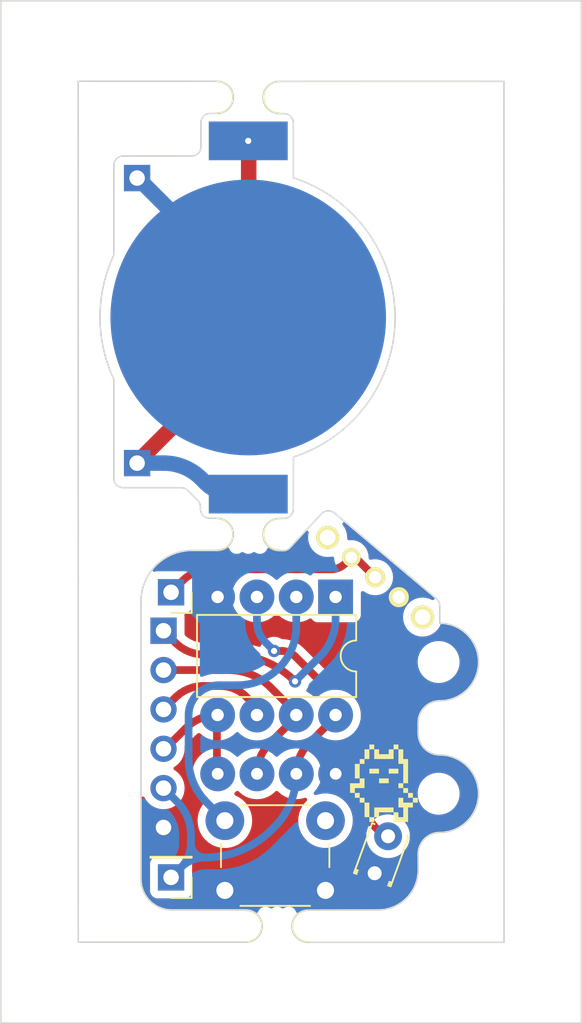
<source format=kicad_pcb>
(kicad_pcb (version 20240108) (generator "pcbnew") (generator_version "8.0")
  (layers (0 "F.Cu" signal) (31 "B.Cu" signal) (34 "B.Paste" user) (35 "F.Paste" user) (36 "B.SilkS" user "B.Silkscreen") (37 "F.SilkS" user "F.Silkscreen") (38 "B.Mask" user) (39 "F.Mask" user) (44 "Edge.Cuts" user))
  (net 0 "")
  (net 1 "GND")
  (net 2 "ISP RESET")
  (net 3 "ISP SCK")
  (net 4 "ISP MISO")
  (net 5 "ISP MOSI")
  (net 6 "BUTTON")
  (net 7 "VCC")
  (net 8 "Net-(BT2-+)")
  (net 9 "Net-(BT2--)")
  (net 10 "LED")
  (net 11 "Net-(J3-Pin_1)")
  (footprint "MountingHole:MountingHole_2.2mm_M2" (layer "F.Cu") (at 20.994496 76.5)
    (property "Reference" "H1" (hide yes))
    (property "Value" "MountingHole" (hide yes))
    (pad "" np_thru_hole circle (at 0 0) (size 2.2 2.2) (drill 2.2) (layers "*.Cu" "*.Mask"))
  )
  (footprint "Package_DIP:DIP-8_W7.62mm" (layer "F.Cu") (at 39.620077 51.983079 -90)
    (property "Reference" "U1" (hide yes))
    (property "Value" "ATtiny85V-10P")
    (fp_line (start 1.16 8.95) (end 6.46 8.95) (stroke (width 0.12)) (layer "F.SilkS"))
    (fp_line (start 6.46 8.95) (end 6.46 -1.33) (stroke (width 0.12)) (layer "F.SilkS"))
    (fp_line (start 1.16 -1.33) (end 1.16 8.95) (stroke (width 0.12)) (layer "F.SilkS"))
    (fp_line (start 2.81 -1.33) (end 1.16 -1.33) (stroke (width 0.12)) (layer "F.SilkS"))
    (fp_line (start 6.46 -1.33) (end 4.81 -1.33) (stroke (width 0.12)) (layer "F.SilkS"))
    (fp_arc (start 4.81 -1.33) (mid 3.81 -0.33) (end 2.81 -1.33) (stroke (width 0.12)) (layer "F.SilkS"))
    (pad "1" thru_hole rect (at 0 0 270) (size 2.25 2.25) (drill 0.8) (layers "*.Cu" "*.Mask") (net 2 "ISP RESET"))
    (pad "2" thru_hole circle (at 0 2.54 270) (size 2.25 2.25) (drill 0.8) (layers "*.Cu" "*.Mask") (net 6 "BUTTON"))
    (pad "3" thru_hole circle (at 0 5.08 270) (size 2.25 2.25) (drill 0.8) (layers "*.Cu" "*.Mask") (net 10 "LED"))
    (pad "4" thru_hole circle (at 0 7.62 270) (size 2.25 2.25) (drill 0.8) (layers "*.Cu" "*.Mask") (net 1 "GND"))
    (pad "5" thru_hole circle (at 7.62 7.62 270) (size 2.25 2.25) (drill 0.8) (layers "*.Cu" "*.Mask") (net 5 "ISP MOSI"))
    (pad "6" thru_hole circle (at 7.62 5.08 270) (size 2.25 2.25) (drill 0.8) (layers "*.Cu" "*.Mask") (net 4 "ISP MISO"))
    (pad "7" thru_hole circle (at 7.62 2.54 270) (size 2.25 2.25) (drill 0.8) (layers "*.Cu" "*.Mask") (net 3 "ISP SCK"))
    (pad "8" thru_hole circle (at 7.62 0 270) (size 2.25 2.25) (drill 0.8) (layers "*.Cu" "*.Mask") (net 7 "VCC"))
  )
  (footprint "MountingHole:MountingHole_2.2mm_M2" (layer "F.Cu") (at 46.277036 56.183079)
    (property "Reference" "H1" (hide yes))
    (property "Value" "MountingHole" (hide yes))
    (pad "" np_thru_hole circle (at 0 0) (size 2.2 2.2) (drill 2.2) (layers "*.Cu" "*.Mask"))
  )
  (footprint "MountingHole:MountingHole_2.2mm_M2" (layer "F.Cu") (at 20.994496 16.5)
    (property "Reference" "H1" (hide yes))
    (property "Value" "MountingHole" (hide yes))
    (pad "" np_thru_hole circle (at 0 0) (size 2.2 2.2) (drill 2.2) (layers "*.Cu" "*.Mask"))
  )
  (footprint "LOGO" (layer "F.Cu") (at 42.740397 64.007826)
    (property "Reference" "G***" (hide yes))
    (property "Value" "LOGO" (hide yes))
    (fp_poly (pts (xy -1.562885 0.781442) (xy -1.562885 0.937731) (xy -1.719173 0.937731) (xy -1.875462 0.937731) (xy -1.875462 0.781442) (xy -1.875462 0.625154) (xy -1.719173 0.625154) (xy -1.562885 0.625154)) (fill solid) (layer "F.SilkS"))
    (fp_poly (pts (xy -1.250308 1.094019) (xy -1.250308 1.250307) (xy -1.406596 1.250307) (xy -1.562885 1.250307) (xy -1.562885 1.094019) (xy -1.562885 0.937731) (xy -1.406596 0.937731) (xy -1.250308 0.937731)) (fill solid) (layer "F.SilkS"))
    (fp_poly (pts (xy -0.312577 -0.781442) (xy -0.312577 -0.625154) (xy -0.625154 -0.625154) (xy -0.937731 -0.625154) (xy -0.937731 -0.781442) (xy -0.937731 -0.937731) (xy -0.625154 -0.937731) (xy -0.312577 -0.937731)) (fill solid) (layer "F.SilkS"))
    (fp_poly (pts (xy 0.312577 -0.156289) (xy 0.312577 0) (xy 0 0) (xy -0.312577 0) (xy -0.312577 -0.156289) (xy -0.312577 -0.312577) (xy 0 -0.312577) (xy 0.312577 -0.312577)) (fill solid) (layer "F.SilkS"))
    (fp_poly (pts (xy 0.937731 -0.781442) (xy 0.937731 -0.625154) (xy 0.625154 -0.625154) (xy 0.312577 -0.625154) (xy 0.312577 -0.781442) (xy 0.312577 -0.937731) (xy 0.625154 -0.937731) (xy 0.937731 -0.937731)) (fill solid) (layer "F.SilkS"))
    (fp_poly (pts (xy 1.562884 0.468865) (xy 1.562884 0.625154) (xy 1.406596 0.625154) (xy 1.250307 0.625154) (xy 1.250307 0.468865) (xy 1.250307 0.312577) (xy 1.406596 0.312577) (xy 1.562884 0.312577)) (fill solid) (layer "F.SilkS"))
    (fp_poly (pts (xy 1.875461 0.781442) (xy 1.875461 0.937731) (xy 1.719173 0.937731) (xy 1.562884 0.937731) (xy 1.562884 0.781442) (xy 1.562884 0.625154) (xy 1.719173 0.625154) (xy 1.875461 0.625154)) (fill solid) (layer "F.SilkS"))
    (fp_poly (pts (xy -1.250308 0) (xy -1.250308 0.312577) (xy -1.562885 0.312577) (xy -1.875462 0.312577) (xy -1.875462 0.468865) (xy -1.875462 0.625154) (xy -2.03175 0.625154) (xy -2.188039 0.625154) (xy -2.188039 0.312577) (xy -2.188039 0) (xy -1.875462 0) (xy -1.562885 0) (xy -1.562885 -0.156289) (xy -1.562885 -0.312577) (xy -1.406596 -0.312577) (xy -1.250308 -0.312577)) (fill solid) (layer "F.SilkS"))
    (fp_poly (pts (xy 0.937731 -2.344327) (xy 0.937731 -2.188039) (xy 0.781442 -2.188039) (xy 0.625154 -2.188039) (xy 0.625154 -1.875462) (xy 0.625154 -1.562885) (xy 0 -1.562885) (xy -0.625154 -1.562885) (xy -0.625154 -1.875462) (xy -0.625154 -2.188039) (xy -0.468866 -2.188039) (xy -0.312577 -2.188039) (xy -0.312577 -2.03175) (xy -0.312577 -1.875462) (xy 0 -1.875462) (xy 0.312577 -1.875462) (xy 0.312577 -2.03175) (xy 0.312577 -2.188039) (xy 0.468865 -2.188039) (xy 0.625154 -2.188039) (xy 0.625154 -2.344327) (xy 0.625154 -2.500615) (xy 0.781442 -2.500615) (xy 0.937731 -2.500615)) (fill solid) (layer "F.SilkS"))
    (fp_poly (pts (xy 1.250307 -1.875462) (xy 1.250307 -1.562885) (xy 1.406596 -1.562885) (xy 1.562884 -1.562885) (xy 1.562884 -0.781442) (xy 1.562884 0) (xy 1.406596 0) (xy 1.250307 0) (xy 1.250307 0.156288) (xy 1.250307 0.312577) (xy 1.094019 0.312577) (xy 0.937731 0.312577) (xy 0.937731 0.156288) (xy 0.937731 0) (xy 1.094019 0) (xy 1.250307 0) (xy 1.250307 -0.625154) (xy 1.250307 -1.250308) (xy 1.094019 -1.250308) (xy 0.937731 -1.250308) (xy 0.937731 -1.719173) (xy 0.937731 -2.188039) (xy 1.094019 -2.188039) (xy 1.250307 -2.188039)) (fill solid) (layer "F.SilkS"))
    (fp_poly (pts (xy -0.937731 1.719173) (xy -0.937731 2.188038) (xy -0.781442 2.188038) (xy -0.625154 2.188038) (xy -0.625154 1.875461) (xy -0.625154 1.562884) (xy 0 1.562884) (xy 0.625154 1.562884) (xy 0.625154 1.719173) (xy 0.625154 1.875461) (xy 0.156288 1.875461) (xy -0.312577 1.875461) (xy -0.312577 2.03175) (xy -0.312577 2.188038) (xy -0.468866 2.188038) (xy -0.625154 2.188038) (xy -0.625154 2.344327) (xy -0.625154 2.500615) (xy -0.781442 2.500615) (xy -0.937731 2.500615) (xy -0.937731 2.344327) (xy -0.937731 2.188038) (xy -1.094019 2.188038) (xy -1.250308 2.188038) (xy -1.250308 1.719173) (xy -1.250308 1.250307) (xy -1.094019 1.250307) (xy -0.937731 1.250307)) (fill solid) (layer "F.SilkS"))
    (fp_poly (pts (xy -0.625154 -2.344327) (xy -0.625154 -2.188039) (xy -0.781442 -2.188039) (xy -0.937731 -2.188039) (xy -0.937731 -1.875462) (xy -0.937731 -1.562885) (xy -1.094019 -1.562885) (xy -1.250308 -1.562885) (xy -1.250308 -1.406596) (xy -1.250308 -1.250308) (xy -1.406596 -1.250308) (xy -1.562885 -1.250308) (xy -1.562885 -0.781442) (xy -1.562885 -0.312577) (xy -1.719173 -0.312577) (xy -1.875462 -0.312577) (xy -1.875462 -0.781442) (xy -1.875462 -1.250308) (xy -1.719173 -1.250308) (xy -1.562885 -1.250308) (xy -1.562885 -1.406596) (xy -1.562885 -1.562885) (xy -1.406596 -1.562885) (xy -1.250308 -1.562885) (xy -1.250308 -1.875462) (xy -1.250308 -2.188039) (xy -1.094019 -2.188039) (xy -0.937731 -2.188039) (xy -0.937731 -2.344327) (xy -0.937731 -2.500615) (xy -0.781442 -2.500615) (xy -0.625154 -2.500615)) (fill solid) (layer "F.SilkS"))
    (fp_poly (pts (xy 1.250307 1.094019) (xy 1.250307 1.250307) (xy 1.562884 1.250307) (xy 1.875461 1.250307) (xy 1.875461 1.094019) (xy 1.875461 0.937731) (xy 2.03175 0.937731) (xy 2.188038 0.937731) (xy 2.188038 1.094019) (xy 2.188038 1.250307) (xy 2.03175 1.250307) (xy 1.875461 1.250307) (xy 1.875461 1.406596) (xy 1.875461 1.562884) (xy 1.719173 1.562884) (xy 1.562884 1.562884) (xy 1.562884 2.03175) (xy 1.562884 2.500615) (xy 1.094019 2.500615) (xy 0.625154 2.500615) (xy 0.625154 2.188038) (xy 0.625154 1.875461) (xy 0.781442 1.875461) (xy 0.937731 1.875461) (xy 0.937731 2.03175) (xy 0.937731 2.188038) (xy 1.094019 2.188038) (xy 1.250307 2.188038) (xy 1.250307 1.875461) (xy 1.250307 1.562884) (xy 1.094019 1.562884) (xy 0.937731 1.562884) (xy 0.937731 1.250307) (xy 0.937731 0.937731) (xy 1.094019 0.937731) (xy 1.250307 0.937731)) (fill solid) (layer "F.SilkS"))
  )
  (footprint "Panelization:mouse-bite-2mm-slot" (layer "F.Cu") (at 33.979151 47.943784)
    (property "Reference" "mouse-bite-2mm-slot" (hide yes))
    (property "Value" "VAL**" (hide yes))
    (fp_arc (start -2 -1) (mid -1 0) (end -2 1) (stroke (width 0.1)) (layer "F.SilkS"))
    (fp_arc (start 2 1) (mid 1 0) (end 2 -1) (stroke (width 0.1)) (layer "F.SilkS"))
    (pad "" np_thru_hole circle (at -0.75 -0.75) (size 0.5 0.5) (drill 0.5) (layers "*.Cu" "*.Mask"))
    (pad "" np_thru_hole circle (at -0.75 0.75) (size 0.5 0.5) (drill 0.5) (layers "*.Cu" "*.Mask"))
    (pad "" np_thru_hole circle (at 0 -0.75) (size 0.5 0.5) (drill 0.5) (layers "*.Cu" "*.Mask"))
    (pad "" np_thru_hole circle (at 0 0.75) (size 0.5 0.5) (drill 0.5) (layers "*.Cu" "*.Mask"))
    (pad "" np_thru_hole circle (at 0.75 -0.75) (size 0.5 0.5) (drill 0.5) (layers "*.Cu" "*.Mask"))
    (pad "" np_thru_hole circle (at 0.75 0.75) (size 0.5 0.5) (drill 0.5) (layers "*.Cu" "*.Mask"))
  )
  (footprint "Connector_PinHeader_2.54mm:PinHeader_1x01_P2.54mm_Vertical" (layer "F.Cu") (at 26.8 43.343402 180)
    (property "Reference" "J4" (hide yes))
    (property "Value" "Conn_01x01_Male")
    (pad "1" thru_hole rect (at 0 0 180) (size 1.7 1.7) (drill 1) (layers "*.Cu" "*.Mask") (net 8 "Net-(BT2-+)"))
  )
  (footprint "1825232-1:18252321" (layer "F.Cu") (at 43.704199 51.996982 140)
    (property "Reference" "SW2")
    (property "Value" "SW_Push" (hide yes))
    (pad "1" thru_hole circle (at 0 0 230) (size 1.3 1.3) (drill 0.8) (layers "*.Cu" "*.Mask" "F.SilkS") (net 1 "GND"))
    (pad "2" thru_hole circle (at 4 0 230) (size 1.2 1.2) (drill 0.75) (layers "*.Cu" "*.Mask" "F.SilkS") (net 11 "Net-(J3-Pin_1)"))
    (pad "3" thru_hole circle (at 2 0 230) (size 1.3 1.3) (drill 0.8) (layers "*.Cu" "*.Mask" "F.SilkS") (net 11 "Net-(J3-Pin_1)"))
    (pad "MH1" thru_hole circle (at -2 0 230) (size 1.5 1.5) (drill 1) (layers "*.Cu" "*.Mask" "F.SilkS"))
    (pad "MH2" thru_hole circle (at 6 0 230) (size 1.5 1.5) (drill 1) (layers "*.Cu" "*.Mask" "F.SilkS"))
  )
  (footprint "Button_Switch_THT:SW_PUSH_6mm" (layer "F.Cu") (at 38.968713 70.923675 180)
    (property "Reference" "SW1" (hide yes))
    (property "Value" "Main Button")
    (fp_line (start 6.75 3) (end 6.75 1.5) (stroke (width 0.12)) (layer "F.SilkS"))
    (fp_line (start 5.5 -1) (end 1 -1) (stroke (width 0.12)) (layer "F.SilkS"))
    (fp_line (start 1 5.5) (end 5.5 5.5) (stroke (width 0.12)) (layer "F.SilkS"))
    (fp_line (start -0.25 1.5) (end -0.25 3) (stroke (width 0.12)) (layer "F.SilkS"))
    (pad "1" thru_hole circle (at 0 0 270) (size 2.5 2.5) (drill 1.1) (layers "*.Cu" "*.Mask") (net 1 "GND"))
    (pad "1" thru_hole circle (at 6.5 0 270) (size 2.5 2.5) (drill 1.1) (layers "*.Cu" "*.Mask") (net 1 "GND"))
    (pad "2" thru_hole circle (at 0 4.5 270) (size 2.5 2.5) (drill 1.1) (layers "*.Cu" "*.Mask") (net 6 "BUTTON"))
    (pad "2" thru_hole circle (at 6.5 4.5 270) (size 2.5 2.5) (drill 1.1) (layers "*.Cu" "*.Mask") (net 6 "BUTTON"))
  )
  (footprint "Panelization:mouse-bite-2mm-slot" (layer "F.Cu") (at 33.978006 19.735519)
    (property "Reference" "mouse-bite-2mm-slot" (hide yes))
    (property "Value" "VAL**" (hide yes))
    (fp_arc (start -2 -1) (mid -1 0) (end -2 1) (stroke (width 0.1)) (layer "F.SilkS"))
    (fp_arc (start 2 1) (mid 1 0) (end 2 -1) (stroke (width 0.1)) (layer "F.SilkS"))
    (pad "" np_thru_hole circle (at -0.75 -0.75) (size 0.5 0.5) (drill 0.5) (layers "*.Cu" "*.Mask"))
    (pad "" np_thru_hole circle (at -0.75 0.75) (size 0.5 0.5) (drill 0.5) (layers "*.Cu" "*.Mask"))
    (pad "" np_thru_hole circle (at 0 -0.75) (size 0.5 0.5) (drill 0.5) (layers "*.Cu" "*.Mask"))
    (pad "" np_thru_hole circle (at 0 0.75) (size 0.5 0.5) (drill 0.5) (layers "*.Cu" "*.Mask"))
    (pad "" np_thru_hole circle (at 0.75 -0.75) (size 0.5 0.5) (drill 0.5) (layers "*.Cu" "*.Mask"))
    (pad "" np_thru_hole circle (at 0.75 0.75) (size 0.5 0.5) (drill 0.5) (layers "*.Cu" "*.Mask"))
  )
  (footprint "Stepchild:Tiny OLED module" (layer "F.Cu") (at 35.815 63.4 180)
    (property "Reference" "U2" (hide yes))
    (property "Value" "OLED" (hide yes))
    (pad "1" thru_hole circle (at -3.81 0 180) (size 2.25 2.25) (drill 0.762) (layers "*.Cu" "*.Mask") (net 1 "GND"))
    (pad "2" thru_hole circle (at -1.27 0 180) (size 2.25 2.25) (drill 0.762) (layers "*.Cu" "*.Mask") (net 7 "VCC"))
    (pad "3" thru_hole circle (at 1.27 0 180) (size 2.25 2.25) (drill 0.762) (layers "*.Cu" "*.Mask") (net 3 "ISP SCK"))
    (pad "4" thru_hole circle (at 3.81 0 180) (size 2.25 2.25) (drill 0.762) (layers "*.Cu" "*.Mask") (net 5 "ISP MOSI"))
  )
  (footprint "Panelization:mouse-bite-2mm-slot" (layer "F.Cu") (at 35.843006 73.226415)
    (property "Reference" "mouse-bite-2mm-slot" (hide yes))
    (property "Value" "VAL**" (hide yes))
    (fp_arc (start -2 -1) (mid -1 0) (end -2 1) (stroke (width 0.1)) (layer "F.SilkS"))
    (fp_arc (start 2 1) (mid 1 0) (end 2 -1) (stroke (width 0.1)) (layer "F.SilkS"))
    (pad "" np_thru_hole circle (at -0.75 -0.75) (size 0.5 0.5) (drill 0.5) (layers "*.Cu" "*.Mask"))
    (pad "" np_thru_hole circle (at -0.75 0.75) (size 0.5 0.5) (drill 0.5) (layers "*.Cu" "*.Mask"))
    (pad "" np_thru_hole circle (at 0 -0.75) (size 0.5 0.5) (drill 0.5) (layers "*.Cu" "*.Mask"))
    (pad "" np_thru_hole circle (at 0 0.75) (size 0.5 0.5) (drill 0.5) (layers "*.Cu" "*.Mask"))
    (pad "" np_thru_hole circle (at 0.75 -0.75) (size 0.5 0.5) (drill 0.5) (layers "*.Cu" "*.Mask"))
    (pad "" np_thru_hole circle (at 0.75 0.75) (size 0.5 0.5) (drill 0.5) (layers "*.Cu" "*.Mask"))
  )
  (footprint "MountingHole:MountingHole_2.2mm_M2" (layer "F.Cu") (at 52.5 76.5)
    (property "Reference" "H1" (hide yes))
    (property "Value" "MountingHole" (hide yes))
    (pad "" np_thru_hole circle (at 0 0) (size 2.2 2.2) (drill 2.2) (layers "*.Cu" "*.Mask"))
  )
  (footprint "Connector_PinHeader_2.54mm:PinHeader_1x01_P2.54mm_Vertical" (layer "F.Cu") (at 28.99396 51.683079 180)
    (property "Reference" "J3" (hide yes))
    (property "Value" "Conn_01x01_Female" (hide yes))
    (fp_line (start -1.33 0) (end -1.33 -1.33) (stroke (width 0.12)) (layer "F.SilkS"))
    (fp_line (start -1.33 -1.33) (end 0 -1.33) (stroke (width 0.12)) (layer "F.SilkS"))
    (pad "1" thru_hole rect (at 0 0 180) (size 1.7 1.7) (drill 1) (layers "*.Cu" "*.Mask") (net 11 "Net-(J3-Pin_1)"))
  )
  (footprint "Connector_PinHeader_2.54mm:PinHeader_1x01_P2.54mm_Vertical" (layer "F.Cu") (at 26.8 24.943402 180)
    (property "Reference" "J5" (hide yes))
    (property "Value" "Conn_01x01_Male" (hide yes))
    (pad "1" thru_hole rect (at 0 0 180) (size 1.7 1.7) (drill 1) (layers "*.Cu" "*.Mask") (net 9 "Net-(BT2--)"))
  )
  (footprint "Connector_PinHeader_2.54mm:PinHeader_1x01_P2.54mm_Vertical" (layer "F.Cu") (at 28.99396 70.083079 180)
    (property "Reference" "J2" (hide yes))
    (property "Value" "Conn_01x01_Female" (hide yes))
    (fp_line (start 1.33 1.27) (end 1.33 1.33) (stroke (width 0.12)) (layer "F.SilkS"))
    (fp_line (start -1.33 1.33) (end 1.33 1.33) (stroke (width 0.12)) (layer "F.SilkS"))
    (fp_line (start -1.33 1.27) (end 1.33 1.27) (stroke (width 0.12)) (layer "F.SilkS"))
    (fp_line (start -1.33 1.27) (end -1.33 1.33) (stroke (width 0.12)) (layer "F.SilkS"))
    (fp_line (start -1.33 0) (end -1.33 -1.33) (stroke (width 0.12)) (layer "F.SilkS"))
    (fp_line (start -1.33 -1.33) (end 0 -1.33) (stroke (width 0.12)) (layer "F.SilkS"))
    (pad "1" thru_hole rect (at 0 0 180) (size 1.7 1.7) (drill 1) (layers "*.Cu" "*.Mask") (net 7 "VCC"))
  )
  (footprint "MountingHole:MountingHole_2.2mm_M2" (layer "F.Cu") (at 46.277036 64.683079)
    (property "Reference" "H2" (hide yes))
    (property "Value" "MountingHole" (hide yes))
    (pad "" np_thru_hole circle (at 0 0) (size 2.2 2.2) (drill 2.2) (layers "*.Cu" "*.Mask"))
  )
  (footprint "MountingHole:MountingHole_2.2mm_M2" (layer "F.Cu") (at 52.5 16.5)
    (property "Reference" "H1" (hide yes))
    (property "Value" "MountingHole" (hide yes))
    (pad "" np_thru_hole circle (at 0 0) (size 2.2 2.2) (drill 2.2) (layers "*.Cu" "*.Mask"))
  )
  (footprint "LED_THT:LED_D1.8mm_W3.3mm_H2.4mm" (layer "F.Cu") (at 42.142843 69.816333 70)
    (property "Reference" "D1" (hide yes))
    (property "Value" "LED")
    (fp_line (start -0.44 -1.260001) (end -0.44 -1.08) (stroke (width 0.12)) (layer "F.SilkS"))
    (fp_line (start -0.44 -1.260001) (end 2.98 -1.26) (stroke (width 0.12)) (layer "F.SilkS"))
    (fp_line (start -0.32 -1.26) (end -0.32 -1.08) (stroke (width 0.12)) (layer "F.SilkS"))
    (fp_line (start -0.2 -1.26) (end -0.2 -1.08) (stroke (width 0.12)) (layer "F.SilkS"))
    (fp_line (start 2.98 -1.26) (end 2.98 -1.095) (stroke (width 0.12)) (layer "F.SilkS"))
    (fp_line (start -0.440001 1.08) (end -0.44 1.26) (stroke (width 0.12)) (layer "F.SilkS"))
    (fp_line (start -0.319999 1.08) (end -0.32 1.26) (stroke (width 0.12)) (layer "F.SilkS"))
    (fp_line (start -0.2 1.08) (end -0.2 1.26) (stroke (width 0.12)) (layer "F.SilkS"))
    (fp_line (start -0.44 1.26) (end 2.98 1.26) (stroke (width 0.12)) (layer "F.SilkS"))
    (fp_line (start 2.98 1.095) (end 2.98 1.26) (stroke (width 0.12)) (layer "F.SilkS"))
    (pad "1" thru_hole rect (at 0 0 70) (size 1.8 1.8) (drill 0.9) (layers "*.Cu" "*.Mask") (net 1 "GND"))
    (pad "2" thru_hole circle (at 2.54 0 70) (size 1.8 1.8) (drill 0.9) (layers "*.Cu" "*.Mask") (net 10 "LED"))
  )
  (footprint "Stepchild:Battery Clip" (layer "B.Cu") (at 33.97837 33.943402 90)
    (property "Reference" "BT2" (hide yes))
    (property "Value" "lr44")
    (pad "1" smd rect (at -11.4 0 90) (size 2.5 5.1) (layers "B.Cu" "B.Paste" "B.Mask") (net 8 "Net-(BT2-+)"))
    (pad "1" smd rect (at 11.4 0 90) (size 2.5 5.1) (layers "B.Cu" "B.Paste" "B.Mask") (net 8 "Net-(BT2-+)"))
    (pad "2" smd circle (at 0 0 90) (size 17.8 17.8) (layers "B.Cu" "B.Paste" "B.Mask") (net 9 "Net-(BT2--)"))
  )
  (footprint "Connector_PinHeader_2.54mm:PinHeader_1x06_P2.54mm_Vertical" (layer "B.Cu") (at 28.505077 54.163079 180)
    (property "Reference" "J1" (hide yes))
    (property "Value" "Programming port")
    (pad "1" thru_hole rect (at 0 0 180) (size 1.7 1.7) (drill 1) (layers "*.Cu" "*.Mask") (net 2 "ISP RESET"))
    (pad "2" thru_hole oval (at 0 -2.54 180) (size 1.7 1.7) (drill 1) (layers "*.Cu" "*.Mask") (net 3 "ISP SCK"))
    (pad "3" thru_hole oval (at 0 -5.08 180) (size 1.7 1.7) (drill 1) (layers "*.Cu" "*.Mask") (net 4 "ISP MISO"))
    (pad "4" thru_hole oval (at 0 -7.62 180) (size 1.7 1.7) (drill 1) (layers "*.Cu" "*.Mask") (net 5 "ISP MOSI"))
    (pad "5" thru_hole oval (at 0 -10.16 180) (size 1.7 1.7) (drill 1) (layers "*.Cu" "*.Mask") (net 7 "VCC"))
    (pad "6" thru_hole oval (at 0 -12.7 180) (size 1.7 1.7) (drill 1) (layers "*.Cu" "*.Mask") (net 1 "GND"))
  )
  (gr_arc (start 31.976504 18.693512) (mid 33.0184 19.734348) (end 31.977224 20.7759) (stroke (width 0.1)) (layer "Edge.Cuts"))
  (gr_rect (start 17.994496 13.5) (end 55.494496 79.5) (stroke (width 0.1)) (fill none) (layer "Edge.Cuts"))
  (gr_arc (start 46.135992 52.103264) (mid 46.293944 52.309268) (end 46.350095 52.562712) (stroke (width 0.1)) (layer "Edge.Cuts"))
  (gr_arc (start 44.950077 68.583079) (mid 45.360128 67.59313) (end 46.350077 67.183079) (stroke (width 0.1)) (layer "Edge.Cuts"))
  (gr_line (start 27.050077 67.383079) (end 27.050077 52.283079) (stroke (width 0.1)) (layer "Edge.Cuts"))
  (gr_arc (start 25.9 44.928268) (mid 25.47575 44.752528) (end 25.3 44.328268) (stroke (width 0.1)) (layer "Edge.Cuts"))
  (gr_arc (start 36.287028 20.782683) (mid 36.714794 20.956481) (end 36.892452 21.382658) (stroke (width 0.1)) (layer "Edge.Cuts"))
  (gr_arc (start 44.950077 60.083079) (mid 45.360128 59.09313) (end 46.350077 58.683079) (stroke (width 0.1)) (layer "Edge.Cuts"))
  (gr_line (start 46.350077 53.683079) (end 46.350095 52.562712) (stroke (width 0.1)) (layer "Edge.Cuts"))
  (gr_arc (start 38.709268 46.611441) (mid 39.11203 46.420049) (end 39.535638 46.559412) (stroke (width 0.1)) (layer "Edge.Cuts"))
  (gr_line (start 30.350077 48.983079) (end 31.978369 48.984165) (stroke (width 0.1)) (layer "Edge.Cuts"))
  (gr_line (start 46.135992 52.103264) (end 39.535638 46.559412) (stroke (width 0.1)) (layer "Edge.Cuts"))
  (gr_arc (start 46.350077 53.683079) (mid 48.850077 56.183079) (end 46.350077 58.683079) (stroke (width 0.1)) (layer "Edge.Cuts"))
  (gr_arc (start 30.921404 21.37365) (mid 31.095002 20.951387) (end 31.51549 20.773539) (stroke (width 0.1)) (layer "Edge.Cuts"))
  (gr_arc (start 27.050077 52.283079) (mid 28.016625 49.949627) (end 30.350077 48.983079) (stroke (width 0.1)) (layer "Edge.Cuts"))
  (gr_line (start 30.716824 45.75264) (end 30.068188 45.104004) (stroke (width 0.1)) (layer "Edge.Cuts"))
  (gr_line (start 29.643924 44.928268) (end 25.9 44.928268) (stroke (width 0.1)) (layer "Edge.Cuts"))
  (gr_arc (start 25.3 24.119795) (mid 25.475881 23.695391) (end 25.900404 23.519796) (stroke (width 0.1)) (layer "Edge.Cuts"))
  (gr_line (start 27.050077 67.383079) (end 27.050077 70.183079) (stroke (width 0.1)) (layer "Edge.Cuts"))
  (gr_line (start 50.494496 18.701499) (end 50.5 74.276461) (stroke (width 0.1)) (layer "Edge.Cuts"))
  (gr_arc (start 25.3 37.935576) (mid 24.404583 34.010632) (end 25.3 29.901804) (stroke (width 0.1)) (layer "Edge.Cuts"))
  (gr_line (start 38.709268 46.611441) (end 36.680998 48.804314) (stroke (width 0.1)) (layer "Edge.Cuts"))
  (gr_arc (start 29.643924 44.928268) (mid 29.873531 44.973946) (end 30.068188 45.104004) (stroke (width 0.1)) (layer "Edge.Cuts"))
  (gr_line (start 31.977649 46.901777) (end 31.492749 46.901886) (stroke (width 0.1)) (layer "Edge.Cuts"))
  (gr_arc (start 31.492749 46.901886) (mid 31.06849 46.72629) (end 30.892614 46.302147) (stroke (width 0.1)) (layer "Edge.Cuts"))
  (gr_line (start 44.950077 60.783079) (end 44.950077 60.083079) (stroke (width 0.1)) (layer "Edge.Cuts"))
  (gr_line (start 36.294383 46.910916) (end 35.972389 46.911408) (stroke (width 0.1)) (layer "Edge.Cuts"))
  (gr_arc (start 46.350077 62.183079) (mid 48.850077 64.683079) (end 46.350077 67.183079) (stroke (width 0.1)) (layer "Edge.Cuts"))
  (gr_line (start 33.841504 72.184408) (end 29.050077 72.183079) (stroke (width 0.1)) (layer "Edge.Cuts"))
  (gr_line (start 25.3 29.901804) (end 25.3 24.119795) (stroke (width 0.1)) (layer "Edge.Cuts"))
  (gr_line (start 35.973109 48.993796) (end 36.23346 48.996862) (stroke (width 0.1)) (layer "Edge.Cuts"))
  (gr_line (start 44.950077 68.583079) (end 44.957272 69.584983) (stroke (width 0.1)) (layer "Edge.Cuts"))
  (gr_line (start 31.977679 20.768983) (end 31.51549 20.773539) (stroke (width 0.1)) (layer "Edge.Cuts"))
  (gr_arc (start 35.973109 48.993796) (mid 34.931166 47.952938) (end 35.972389 46.911408) (stroke (width 0.1)) (layer "Edge.Cuts"))
  (gr_arc (start 44.957272 69.584983) (mid 44.195748 71.423456) (end 42.357272 72.184983) (stroke (width 0.1)) (layer "Edge.Cuts"))
  (gr_line (start 36.287028 20.782683) (end 35.971964 20.785531) (stroke (width 0.1)) (layer "Edge.Cuts"))
  (gr_line (start 23 74.266762) (end 22.994496 18.6918) (stroke (width 0.1)) (layer "Edge.Cuts"))
  (gr_arc (start 36.892452 24.928268) (mid 43.463449 33.936444) (end 36.899333 42.949637) (stroke (width 0.1)) (layer "Edge.Cuts"))
  (gr_line (start 35.971244 18.703143) (end 50.494496 18.701499) (stroke (width 0.1)) (layer "Edge.Cuts"))
  (gr_line (start 30.892614 46.302147) (end 30.89256 46.176644) (stroke (width 0.1)) (layer "Edge.Cuts"))
  (gr_arc (start 36.893466 46.311964) (mid 36.717677 46.735205) (end 36.294383 46.910916) (stroke (width 0.1)) (layer "Edge.Cuts"))
  (gr_arc (start 30.716824 45.75264) (mid 30.846838 45.947174) (end 30.89256 46.176644) (stroke (width 0.1)) (layer "Edge.Cuts"))
  (gr_line (start 37.836964 74.276427) (end 50.5 74.276461) (stroke (width 0.1)) (layer "Edge.Cuts"))
  (gr_arc (start 37.836964 74.276427) (mid 36.795069 73.235593) (end 37.836244 72.194039) (stroke (width 0.1)) (layer "Edge.Cuts"))
  (gr_line (start 37.836244 72.194039) (end 42.357272 72.184983) (stroke (width 0.1)) (layer "Edge.Cuts"))
  (gr_line (start 31.976504 18.693512) (end 22.994496 18.6918) (stroke (width 0.1)) (layer "Edge.Cuts"))
  (gr_arc (start 30.921766 22.92155) (mid 30.745937 23.346047) (end 30.321362 23.52169) (stroke (width 0.1)) (layer "Edge.Cuts"))
  (gr_line (start 36.892452 21.382658) (end 36.892452 24.928268) (stroke (width 0.1)) (layer "Edge.Cuts"))
  (gr_line (start 30.921766 22.92155) (end 30.921404 21.37365) (stroke (width 0.1)) (layer "Edge.Cuts"))
  (gr_line (start 30.321362 23.52169) (end 25.900404 23.519796) (stroke (width 0.1)) (layer "Edge.Cuts"))
  (gr_arc (start 46.350077 62.183079) (mid 45.360128 61.773028) (end 44.950077 60.783079) (stroke (width 0.1)) (layer "Edge.Cuts"))
  (gr_arc (start 35.971964 20.785531) (mid 34.930071 19.744698) (end 35.971244 18.703143) (stroke (width 0.1)) (layer "Edge.Cuts"))
  (gr_arc (start 33.841504 72.184408) (mid 34.883399 73.225242) (end 33.842224 74.266796) (stroke (width 0.1)) (layer "Edge.Cuts"))
  (gr_line (start 36.899333 42.949637) (end 36.893466 46.311964) (stroke (width 0.1)) (layer "Edge.Cuts"))
  (gr_arc (start 36.680998 48.804314) (mid 36.477652 48.948058) (end 36.23346 48.996862) (stroke (width 0.1)) (layer "Edge.Cuts"))
  (gr_line (start 25.3 44.328268) (end 25.3 37.935576) (stroke (width 0.1)) (layer "Edge.Cuts"))
  (gr_arc (start 29.050077 72.183079) (mid 27.635863 71.597293) (end 27.050077 70.183079) (stroke (width 0.1)) (layer "Edge.Cuts"))
  (gr_arc (start 31.977649 46.901777) (mid 33.019545 47.942608) (end 31.978369 48.984165) (stroke (width 0.1)) (layer "Edge.Cuts"))
  (gr_line (start 33.842224 74.266796) (end 23 74.266762) (stroke (width 0.1)) (layer "Edge.Cuts"))
  (segment (start 29.275077 54.933079) (end 28.505077 54.163079) (width 0.5) (layer "F.Cu") (net 2))
  (segment (start 31.134021 55.703079) (end 32.825608 55.703079) (width 0.5) (layer "F.Cu") (net 2))
  (via (at 37.000034 57.432193) (size 0.8) (drill 0.4) (layers "F.Cu" "B.Cu") (net 2))
  (arc (start 37.000034 57.432193) (mid 35.084781 56.152456) (end 32.825608 55.703079) (width 0.5) (layer "F.Cu") (net 2))
  (arc (start 29.275077 54.933079) (mid 30.127967 55.502962) (end 31.134021 55.703079) (width 0.5) (layer "F.Cu") (net 2))
  (segment (start 39.535077 51.983079) (end 39.450077 51.983079) (width 0.5) (layer "B.Cu") (net 2))
  (segment (start 38.619849 55.812377) (end 37.000034 57.432193) (width 0.5) (layer "B.Cu") (net 2))
  (segment (start 39.620077 53.397614) (end 39.620077 52.068079) (width 0.5) (layer "B.Cu") (net 2))
  (arc (start 39.620077 52.068079) (mid 39.595181 52.007974) (end 39.535077 51.983079) (width 0.5) (layer "B.Cu") (net 2))
  (arc (start 39.620077 53.397614) (mid 39.360126 54.704474) (end 38.619849 55.812377) (width 0.5) (layer "B.Cu") (net 2))
  (segment (start 32.713575 56.703079) (end 28.505077 56.703079) (width 0.5) (layer "F.Cu") (net 3))
  (segment (start 35.427028 57.827028) (end 37.080077 59.480077) (width 0.5) (layer "F.Cu") (net 3))
  (segment (start 37.080077 59.480077) (end 37.080077 59.603079) (width 0.5) (layer "F.Cu") (net 3))
  (segment (start 35.358261 61.436545) (end 37.080077 59.71473) (width 0.5) (layer "F.Cu") (net 3))
  (arc (start 35.358261 61.436545) (mid 34.75636 62.337354) (end 34.545 63.4) (width 0.5) (layer "F.Cu") (net 3))
  (arc (start 35.427028 57.827028) (mid 34.182085 56.995184) (end 32.713575 56.703079) (width 0.5) (layer "F.Cu") (net 3))
  (segment (start 29.839197 58.04876) (end 30.100736 57.922811) (width 0.5) (layer "F.Cu") (net 4))
  (segment (start 34.540077 59.118156) (end 34.540077 59.603079) (width 0.5) (layer "F.Cu") (net 4))
  (segment (start 29.593404 58.2032) (end 29.839197 58.04876) (width 0.5) (layer "F.Cu") (net 4))
  (segment (start 30.65774 57.762348) (end 30.9462 57.72985) (width 0.5) (layer "F.Cu") (net 4))
  (segment (start 29.262577 58.485579) (end 29.36645 58.384189) (width 0.5) (layer "F.Cu") (net 4))
  (segment (start 29.36645 58.384189) (end 29.593404 58.2032) (width 0.5) (layer "F.Cu") (net 4))
  (segment (start 32.167067 57.728079) (end 31.091343 57.728079) (width 0.5) (layer "F.Cu") (net 4))
  (segment (start 30.100736 57.922811) (end 30.374732 57.826939) (width 0.5) (layer "F.Cu") (net 4))
  (segment (start 33.845038 58.423117) (end 34.540077 59.118156) (width 0.5) (layer "F.Cu") (net 4))
  (segment (start 28.505077 59.243079) (end 29.262577 58.485579) (width 0.5) (layer "F.Cu") (net 4))
  (segment (start 30.374732 57.826939) (end 30.65774 57.762348) (width 0.5) (layer "F.Cu") (net 4))
  (segment (start 30.9462 57.72985) (end 31.091343 57.728079) (width 0.5) (layer "F.Cu") (net 4))
  (arc (start 33.845038 58.423117) (mid 33.075178 57.908713) (end 32.167067 57.728079) (width 0.5) (layer "F.Cu") (net 4))
  (segment (start 28.656463 61.743536) (end 29.946098 60.453901) (width 0.5) (layer "F.Cu") (net 5))
  (segment (start 31.980038 63.375038) (end 32.005 63.4) (width 0.5) (layer "F.Cu") (net 5))
  (segment (start 28.560999 61.783079) (end 28.505077 61.783079) (width 0.5) (layer "F.Cu") (net 5))
  (segment (start 31.955077 63.314776) (end 31.955077 59.648079) (width 0.5) (layer "F.Cu") (net 5))
  (arc (start 28.656463 61.743536) (mid 28.612663 61.772802) (end 28.560999 61.783079) (width 0.5) (layer "F.Cu") (net 5))
  (arc (start 32.000077 59.603079) (mid 30.888513 59.824201) (end 29.946098 60.453901) (width 0.5) (layer "F.Cu") (net 5))
  (arc (start 31.955077 63.314776) (mid 31.961564 63.347389) (end 31.980038 63.375038) (width 0.5) (layer "F.Cu") (net 5))
  (segment (start 30.125077 59.634897) (end 30.125077 62.422838) (width 0.5) (layer "B.Cu") (net 6))
  (segment (start 37.080077 53.87623) (end 37.080077 51.983079) (width 0.5) (layer "B.Cu") (net 6))
  (segment (start 31.296895 65.251857) (end 32.468713 66.423675) (width 0.5) (layer "B.Cu") (net 6))
  (segment (start 33.273228 57.683079) (end 32.076895 57.683079) (width 0.5) (layer "B.Cu") (net 6))
  (arc (start 35.965077 56.568079) (mid 34.730046 57.393299) (end 33.273228 57.683079) (width 0.5) (layer "B.Cu") (net 6))
  (arc (start 30.696751 58.254753) (mid 30.27365 58.887968) (end 30.125077 59.634897) (width 0.5) (layer "B.Cu") (net 6))
  (arc (start 32.076895 57.683079) (mid 31.329966 57.831652) (end 30.696751 58.254753) (width 0.5) (layer "B.Cu") (net 6))
  (arc (start 37.080077 53.87623) (mid 36.790297 55.333048) (end 35.965077 56.568079) (width 0.5) (layer "B.Cu") (net 6))
  (arc (start 30.125077 62.422838) (mid 30.429622 63.953892) (end 31.296895 65.251857) (width 0.5) (layer "B.Cu") (net 6))
  (segment (start 37.898328 61.436478) (end 39.620077 59.71473) (width 0.5) (layer "F.Cu") (net 7))
  (arc (start 37.898328 61.436478) (mid 37.296377 62.337361) (end 37.085 63.4) (width 0.5) (layer "F.Cu") (net 7))
  (segment (start 35.660164 66.839834) (end 35.478902 67.021096) (width 0.5) (layer "B.Cu") (net 7))
  (segment (start 29.391058 65.20906) (end 28.505077 64.323079) (width 0.5) (layer "B.Cu") (net 7))
  (segment (start 30.277039 67.892726) (end 30.277039 67.348007) (width 0.5) (layer "B.Cu") (net 7))
  (segment (start 29.635499 69.441539) (end 28.99396 70.083079) (width 0.5) (layer "B.Cu") (net 7))
  (arc (start 35.478902 67.021096) (mid 33.508501 68.337678) (end 31.184312 68.8) (width 0.5) (layer "B.Cu") (net 7))
  (arc (start 30.277039 67.892726) (mid 30.542773 68.534265) (end 31.184312 68.8) (width 0.5) (layer "B.Cu") (net 7))
  (arc (start 29.391058 65.20906) (mid 30.04678 66.190417) (end 30.277039 67.348007) (width 0.5) (layer "B.Cu") (net 7))
  (arc (start 29.635499 69.441539) (mid 30.110308 68.730937) (end 30.277039 67.892726) (width 0.5) (layer "B.Cu") (net 7))
  (arc (start 37.085 63.4) (mid 36.714697 65.261614) (end 35.660164 66.839834) (width 0.5) (layer "B.Cu") (net 7))
  (arc (start 31.184312 68.8) (mid 30.3461 68.96673) (end 29.635499 69.441539) (width 0.5) (layer "B.Cu") (net 7))
  (segment (start 34.007586 31.800426) (end 34.007586 22.593276) (width 1) (layer "F.Cu") (net 8))
  (segment (start 33.992978 22.55801) (end 33.97837 22.543402) (width 1) (layer "F.Cu") (net 8))
  (segment (start 26.8 43.321701) (end 26.8 43.343402) (width 1) (layer "F.Cu") (net 8))
  (segment (start 30.972693 39.127306) (end 26.815344 43.284655) (width 1) (layer "F.Cu") (net 8))
  (via (at 33.97837 22.543402) (size 0.8) (drill 0.4) (layers "F.Cu" "B.Cu") (net 8))
  (arc (start 34.007586 31.800426) (mid 33.218843 35.765705) (end 30.972693 39.127306) (width 1) (layer "F.Cu") (net 8))
  (arc (start 33.992978 22.55801) (mid 34.003789 22.57419) (end 34.007586 22.593276) (width 1) (layer "F.Cu") (net 8))
  (arc (start 26.815344 43.284655) (mid 26.803987 43.301651) (end 26.8 43.321701) (width 1) (layer "F.Cu") (net 8))
  (segment (start 28.529188 43.343402) (end 26.8 43.343402) (width 1) (layer "B.Cu") (net 8))
  (segment (start 32.960886 45.343402) (end 33.97837 45.343402) (width 1) (layer "B.Cu") (net 8))
  (segment (start 30.943402 44.343402) (end 31.223932 44.623932) (width 1) (layer "B.Cu") (net 8))
  (arc (start 31.223932 44.623932) (mid 32.020853 45.156417) (end 32.960886 45.343402) (width 1) (layer "B.Cu") (net 8))
  (arc (start 30.943402 44.343402) (mid 29.835751 43.603293) (end 28.529188 43.343402) (width 1) (layer "B.Cu") (net 8))
  (segment (start 33.318981 31.418981) (end 26.858746 24.958746) (width 1) (layer "B.Cu") (net 9))
  (segment (start 33.97837 33.010886) (end 33.97837 33.943402) (width 1) (layer "B.Cu") (net 9))
  (segment (start 26.821701 24.943402) (end 26.8 24.943402) (width 1) (layer "B.Cu") (net 9))
  (arc (start 33.318981 31.418981) (mid 33.807 32.149353) (end 33.97837 33.010886) (width 1) (layer "B.Cu") (net 9))
  (arc (start 26.858746 24.958746) (mid 26.841749 24.947389) (end 26.821701 24.943402) (width 1) (layer "B.Cu") (net 9))
  (segment (start 37.02122 55.827033) (end 38.400942 57.206755) (width 0.5) (layer "F.Cu") (net 10))
  (segment (start 41.5 59.611482) (end 41.5 65.084897) (width 0.5) (layer "F.Cu") (net 10))
  (segment (start 40.918029 58.24938) (end 40.948364 58.279715) (width 0.5) (layer "F.Cu") (net 10))
  (segment (start 42.266328 66.934977) (end 43.032656 67.701305) (width 0.5) (layer "F.Cu") (net 10))
  (segment (start 36.154861 55.468176) (end 35.64736 55.468176) (width 0.5) (layer "F.Cu") (net 10))
  (via (at 35.64736 55.468176) (size 0.8) (drill 0.4) (layers "F.Cu" "B.Cu") (net 10))
  (arc (start 41.5 65.084897) (mid 41.699162 66.086153) (end 42.266328 66.934977) (width 0.5) (layer "F.Cu") (net 10))
  (arc (start 38.400942 57.206755) (mid 38.978385 57.59259) (end 39.659497 57.728079) (width 0.5) (layer "F.Cu") (net 10))
  (arc (start 39.659497 57.728079) (mid 40.340609 57.86356) (end 40.918029 58.24938) (width 0.5) (layer "F.Cu") (net 10))
  (arc (start 37.02122 55.827033) (mid 36.623731 55.561439) (end 36.154861 55.468176) (width 0.5) (layer "F.Cu") (net 10))
  (arc (start 40.948364 58.279715) (mid 41.356634 58.890734) (end 41.5 59.611482) (width 0.5) (layer "F.Cu") (net 10))
  (segment (start 34.540077 53.577925) (end 34.540077 51.983079) (width 0.5) (layer "B.Cu") (net 10))
  (segment (start 35.093718 54.914534) (end 35.64736 55.468176) (width 0.5) (layer "B.Cu") (net 10))
  (arc (start 34.540077 53.577925) (mid 34.683963 54.301292) (end 35.093718 54.914534) (width 0.5) (layer "B.Cu") (net 10))
  (segment (start 40.97369 49.512987) (end 42.17211 50.711407) (width 0.5) (layer "F.Cu") (net 11))
  (segment (start 40.552865 49.512987) (end 40.252937 49.812916) (width 0.5) (layer "F.Cu") (net 11))
  (segment (start 29.735499 50.941539) (end 28.99396 51.683079) (width 0.5) (layer "F.Cu") (net 11))
  (segment (start 31.525734 50.2) (end 39.318433 50.2) (width 0.5) (layer "F.Cu") (net 11))
  (arc (start 40.97369 49.512987) (mid 40.877152 49.448482) (end 40.763278 49.425832) (width 0.5) (layer "F.Cu") (net 11))
  (arc (start 40.763278 49.425832) (mid 40.649403 49.448482) (end 40.552865 49.512987) (width 0.5) (layer "F.Cu") (net 11))
  (arc (start 40.252937 49.812916) (mid 39.824183 50.0994) (end 39.318433 50.2) (width 0.5) (layer "F.Cu") (net 11))
  (arc (start 31.525734 50.2) (mid 30.556865 50.392719) (end 29.735499 50.941539) (width 0.5) (layer "F.Cu") (net 11))
  (zone (net 1) (net_name "GND") (layer "F.Cu") (connect_pads yes (clearance 0.508)) (min_thickness 0.254) (fill yes (thermal_gap 0.508) (thermal_bridge_width 0.508))
    (polygon (pts (xy 48.983529 73.783079) (xy 25.383529 73.883079) (xy 25.283529 46.483079) (xy 48.883529 46.383079)))
  )
  (zone (net 1) (net_name "GND") (layer "B.Cu") (priority 1) (connect_pads yes (clearance 0.508)) (min_thickness 0.25) (fill yes (thermal_gap 0.5) (thermal_bridge_width 0.5))
    (polygon (pts (xy 25.850077 52.183079) (xy 29.350077 52.183079) (xy 30.850077 53.683079) (xy 30.850077 65) (xy 27 65) (xy 26.850077 72.683079) (xy 49.350077 72.683079) (xy 49.350077 46.183079) (xy 25.850077 46.183079)))
  )
)
</source>
